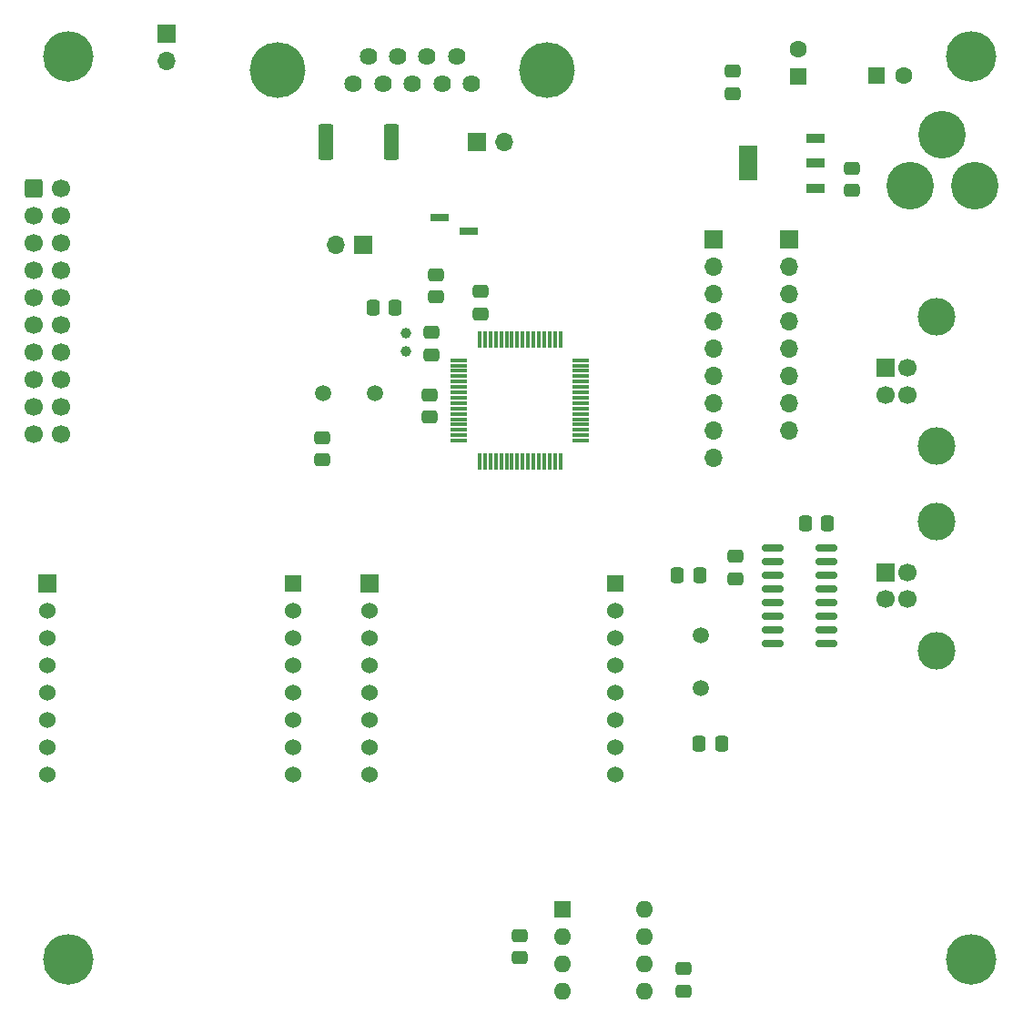
<source format=gts>
G04 #@! TF.GenerationSoftware,KiCad,Pcbnew,8.0.6*
G04 #@! TF.CreationDate,2025-01-17T22:38:05-05:00*
G04 #@! TF.ProjectId,board_stm32_rev2,626f6172-645f-4737-946d-33325f726576,rev?*
G04 #@! TF.SameCoordinates,Original*
G04 #@! TF.FileFunction,Soldermask,Top*
G04 #@! TF.FilePolarity,Negative*
%FSLAX46Y46*%
G04 Gerber Fmt 4.6, Leading zero omitted, Abs format (unit mm)*
G04 Created by KiCad (PCBNEW 8.0.6) date 2025-01-17 22:38:05*
%MOMM*%
%LPD*%
G01*
G04 APERTURE LIST*
G04 Aperture macros list*
%AMRoundRect*
0 Rectangle with rounded corners*
0 $1 Rounding radius*
0 $2 $3 $4 $5 $6 $7 $8 $9 X,Y pos of 4 corners*
0 Add a 4 corners polygon primitive as box body*
4,1,4,$2,$3,$4,$5,$6,$7,$8,$9,$2,$3,0*
0 Add four circle primitives for the rounded corners*
1,1,$1+$1,$2,$3*
1,1,$1+$1,$4,$5*
1,1,$1+$1,$6,$7*
1,1,$1+$1,$8,$9*
0 Add four rect primitives between the rounded corners*
20,1,$1+$1,$2,$3,$4,$5,0*
20,1,$1+$1,$4,$5,$6,$7,0*
20,1,$1+$1,$6,$7,$8,$9,0*
20,1,$1+$1,$8,$9,$2,$3,0*%
G04 Aperture macros list end*
%ADD10C,4.700000*%
%ADD11RoundRect,0.250000X0.475000X-0.337500X0.475000X0.337500X-0.475000X0.337500X-0.475000X-0.337500X0*%
%ADD12R,1.700000X1.700000*%
%ADD13C,1.700000*%
%ADD14C,3.500000*%
%ADD15C,4.419600*%
%ADD16RoundRect,0.250000X-0.475000X0.337500X-0.475000X-0.337500X0.475000X-0.337500X0.475000X0.337500X0*%
%ADD17R,1.800000X0.650000*%
%ADD18RoundRect,0.075000X-0.700000X-0.075000X0.700000X-0.075000X0.700000X0.075000X-0.700000X0.075000X0*%
%ADD19RoundRect,0.075000X-0.075000X-0.700000X0.075000X-0.700000X0.075000X0.700000X-0.075000X0.700000X0*%
%ADD20RoundRect,0.250000X0.337500X0.475000X-0.337500X0.475000X-0.337500X-0.475000X0.337500X-0.475000X0*%
%ADD21RoundRect,0.250000X-0.337500X-0.475000X0.337500X-0.475000X0.337500X0.475000X-0.337500X0.475000X0*%
%ADD22RoundRect,0.250000X-0.600000X-0.600000X0.600000X-0.600000X0.600000X0.600000X-0.600000X0.600000X0*%
%ADD23R,1.676400X1.676400*%
%ADD24C,1.524000*%
%ADD25R,1.524000X1.524000*%
%ADD26R,1.600000X1.600000*%
%ADD27O,1.600000X1.600000*%
%ADD28RoundRect,0.150000X-0.825000X-0.150000X0.825000X-0.150000X0.825000X0.150000X-0.825000X0.150000X0*%
%ADD29C,1.500000*%
%ADD30C,1.000000*%
%ADD31O,1.700000X1.700000*%
%ADD32C,1.600000*%
%ADD33RoundRect,0.249999X-0.450001X-1.425001X0.450001X-1.425001X0.450001X1.425001X-0.450001X1.425001X0*%
%ADD34R,1.750000X0.950000*%
%ADD35R,1.750000X3.200000*%
%ADD36C,1.625600*%
%ADD37C,5.181600*%
G04 APERTURE END LIST*
D10*
X88000000Y-58000000D03*
X172000000Y-58000000D03*
X88000000Y-142000000D03*
X172000000Y-142000000D03*
D11*
X160868000Y-70483700D03*
X160868000Y-68408700D03*
D12*
X164000000Y-87000000D03*
D13*
X164000000Y-89500000D03*
X166000000Y-89500000D03*
X166000000Y-87000000D03*
D14*
X168710000Y-82230000D03*
X168710000Y-94270000D03*
D15*
X172300000Y-70000000D03*
X169300000Y-65300000D03*
X166300000Y-70000000D03*
D11*
X145200000Y-144937500D03*
X145200000Y-142862500D03*
X126350000Y-81937500D03*
X126350000Y-79862500D03*
D16*
X129950000Y-139762500D03*
X129950000Y-141837500D03*
D11*
X122200000Y-80387500D03*
X122200000Y-78312500D03*
D17*
X125250000Y-74235000D03*
X122550000Y-72965000D03*
D18*
X124325000Y-86250000D03*
X124325000Y-86750000D03*
X124325000Y-87250000D03*
X124325000Y-87750000D03*
X124325000Y-88250000D03*
X124325000Y-88750000D03*
X124325000Y-89250000D03*
X124325000Y-89750000D03*
X124325000Y-90250000D03*
X124325000Y-90750000D03*
X124325000Y-91250000D03*
X124325000Y-91750000D03*
X124325000Y-92250000D03*
X124325000Y-92750000D03*
X124325000Y-93250000D03*
X124325000Y-93750000D03*
D19*
X126250000Y-95675000D03*
X126750000Y-95675000D03*
X127250000Y-95675000D03*
X127750000Y-95675000D03*
X128250000Y-95675000D03*
X128750000Y-95675000D03*
X129250000Y-95675000D03*
X129750000Y-95675000D03*
X130250000Y-95675000D03*
X130750000Y-95675000D03*
X131250000Y-95675000D03*
X131750000Y-95675000D03*
X132250000Y-95675000D03*
X132750000Y-95675000D03*
X133250000Y-95675000D03*
X133750000Y-95675000D03*
D18*
X135675000Y-93750000D03*
X135675000Y-93250000D03*
X135675000Y-92750000D03*
X135675000Y-92250000D03*
X135675000Y-91750000D03*
X135675000Y-91250000D03*
X135675000Y-90750000D03*
X135675000Y-90250000D03*
X135675000Y-89750000D03*
X135675000Y-89250000D03*
X135675000Y-88750000D03*
X135675000Y-88250000D03*
X135675000Y-87750000D03*
X135675000Y-87250000D03*
X135675000Y-86750000D03*
X135675000Y-86250000D03*
D19*
X133750000Y-84325000D03*
X133250000Y-84325000D03*
X132750000Y-84325000D03*
X132250000Y-84325000D03*
X131750000Y-84325000D03*
X131250000Y-84325000D03*
X130750000Y-84325000D03*
X130250000Y-84325000D03*
X129750000Y-84325000D03*
X129250000Y-84325000D03*
X128750000Y-84325000D03*
X128250000Y-84325000D03*
X127750000Y-84325000D03*
X127250000Y-84325000D03*
X126750000Y-84325000D03*
X126250000Y-84325000D03*
D16*
X121600000Y-89462500D03*
X121600000Y-91537500D03*
X111600000Y-93462500D03*
X111600000Y-95537500D03*
D11*
X121800000Y-85737500D03*
X121800000Y-83662500D03*
D20*
X118387500Y-81350000D03*
X116312500Y-81350000D03*
X146737500Y-106250000D03*
X144662500Y-106250000D03*
D21*
X146662500Y-121900000D03*
X148737500Y-121900000D03*
D20*
X158629500Y-101399400D03*
X156554500Y-101399400D03*
D11*
X150048000Y-106602500D03*
X150048000Y-104527500D03*
D22*
X84744600Y-70284400D03*
D13*
X87284600Y-70284400D03*
X84744600Y-72824400D03*
X87284600Y-72824400D03*
X84744600Y-75364400D03*
X87284600Y-75364400D03*
X84744600Y-77904400D03*
X87284600Y-77904400D03*
X84744600Y-80444400D03*
X87284600Y-80444400D03*
X84744600Y-82984400D03*
X87284600Y-82984400D03*
X84744600Y-85524400D03*
X87284600Y-85524400D03*
X84744600Y-88064400D03*
X87284600Y-88064400D03*
X84744600Y-90604400D03*
X87284600Y-90604400D03*
X84744600Y-93144400D03*
X87284600Y-93144400D03*
D23*
X116000000Y-107000000D03*
D24*
X116000000Y-109540000D03*
X116000000Y-112080000D03*
X116000000Y-114620000D03*
X116000000Y-117160000D03*
X116000000Y-119700000D03*
X116000000Y-122240000D03*
X116000000Y-124780000D03*
X138860000Y-124780000D03*
X138860000Y-122240000D03*
X138860000Y-119700000D03*
X138860000Y-117160000D03*
X138860000Y-114620000D03*
X138860000Y-112080000D03*
X138860000Y-109540000D03*
D25*
X138860000Y-107000000D03*
D23*
X86000000Y-107000000D03*
D24*
X86000000Y-109540000D03*
X86000000Y-112080000D03*
X86000000Y-114620000D03*
X86000000Y-117160000D03*
X86000000Y-119700000D03*
X86000000Y-122240000D03*
X86000000Y-124780000D03*
X108860000Y-124780000D03*
X108860000Y-122240000D03*
X108860000Y-119700000D03*
X108860000Y-117160000D03*
X108860000Y-114620000D03*
X108860000Y-112080000D03*
X108860000Y-109540000D03*
D25*
X108860000Y-107000000D03*
D26*
X133970000Y-137315000D03*
D27*
X133970000Y-139855000D03*
X133970000Y-142395000D03*
X133970000Y-144935000D03*
X141590000Y-144935000D03*
X141590000Y-142395000D03*
X141590000Y-139855000D03*
X141590000Y-137315000D03*
D28*
X153542000Y-103710800D03*
X153542000Y-104980800D03*
X153542000Y-106250800D03*
X153542000Y-107520800D03*
X153542000Y-108790800D03*
X153542000Y-110060800D03*
X153542000Y-111330800D03*
X153542000Y-112600800D03*
X158492000Y-112600800D03*
X158492000Y-111330800D03*
X158492000Y-110060800D03*
X158492000Y-108790800D03*
X158492000Y-107520800D03*
X158492000Y-106250800D03*
X158492000Y-104980800D03*
X158492000Y-103710800D03*
D29*
X111650000Y-89350000D03*
X116530000Y-89350000D03*
D30*
X119364800Y-83771800D03*
X119364800Y-85471800D03*
D29*
X146800000Y-116730000D03*
X146800000Y-111850000D03*
D12*
X164000000Y-106000000D03*
D13*
X164000000Y-108500000D03*
X166000000Y-108500000D03*
X166000000Y-106000000D03*
D14*
X168710000Y-101230000D03*
X168710000Y-113270000D03*
D12*
X115425000Y-75500000D03*
D31*
X112885000Y-75500000D03*
D26*
X155850000Y-59850000D03*
D32*
X155850000Y-57350000D03*
D11*
X149750000Y-61437500D03*
X149750000Y-59362500D03*
D33*
X111950000Y-66000000D03*
X118050000Y-66000000D03*
D12*
X126000000Y-66000000D03*
D31*
X128540000Y-66000000D03*
D12*
X155000000Y-75000000D03*
D31*
X155000000Y-77540000D03*
X155000000Y-80080000D03*
X155000000Y-82620000D03*
X155000000Y-85160000D03*
X155000000Y-87700000D03*
X155000000Y-90240000D03*
X155000000Y-92780000D03*
D34*
X157500000Y-70250000D03*
X157500000Y-67950000D03*
X157500000Y-65650000D03*
D35*
X151200000Y-67950000D03*
D36*
X114513600Y-60570000D03*
X117256800Y-60570000D03*
X120000000Y-60570000D03*
X122743200Y-60570000D03*
X125486400Y-60570000D03*
X115885200Y-58030000D03*
X118628400Y-58030000D03*
X121371600Y-58030000D03*
X124114800Y-58030000D03*
D37*
X107477800Y-59300000D03*
X132522200Y-59300000D03*
D12*
X148000000Y-75000000D03*
D31*
X148000000Y-77540000D03*
X148000000Y-80080000D03*
X148000000Y-82620000D03*
X148000000Y-85160000D03*
X148000000Y-87700000D03*
X148000000Y-90240000D03*
X148000000Y-92780000D03*
X148000000Y-95320000D03*
D12*
X97150000Y-55850000D03*
D31*
X97150000Y-58390000D03*
D26*
X163167600Y-59800000D03*
D32*
X165667600Y-59800000D03*
M02*

</source>
